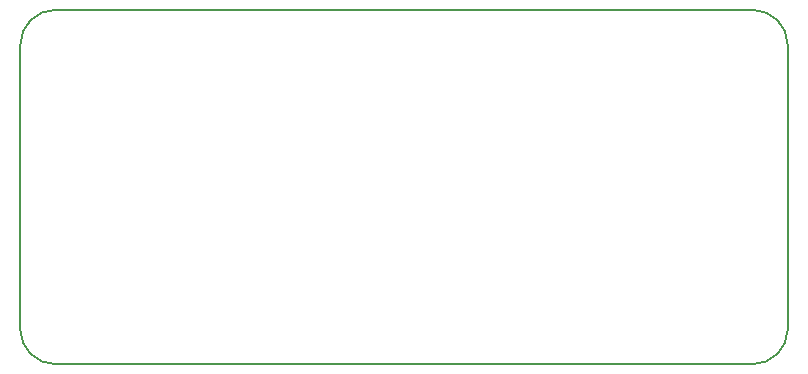
<source format=gbr>
G04 DipTrace 3.1.0.0*
G04 BoardOutline.gbr*
%MOMM*%
G04 #@! TF.FileFunction,Profile*
G04 #@! TF.Part,Single*
%ADD11C,0.152*%
%FSLAX35Y35*%
G04*
G71*
G90*
G75*
G01*
G04 BoardOutline*
%LPD*%
X1300000Y1000000D2*
D11*
X7200000D1*
G03X7500000Y1300000I4J299996D01*
G01*
Y3700000D1*
G03X7200000Y4000000I-299996J4D01*
G01*
X1300000D1*
G03X1000000Y3700000I-4J-299996D01*
G01*
Y1300000D1*
G03X1300000Y1000000I299996J-4D01*
G01*
M02*

</source>
